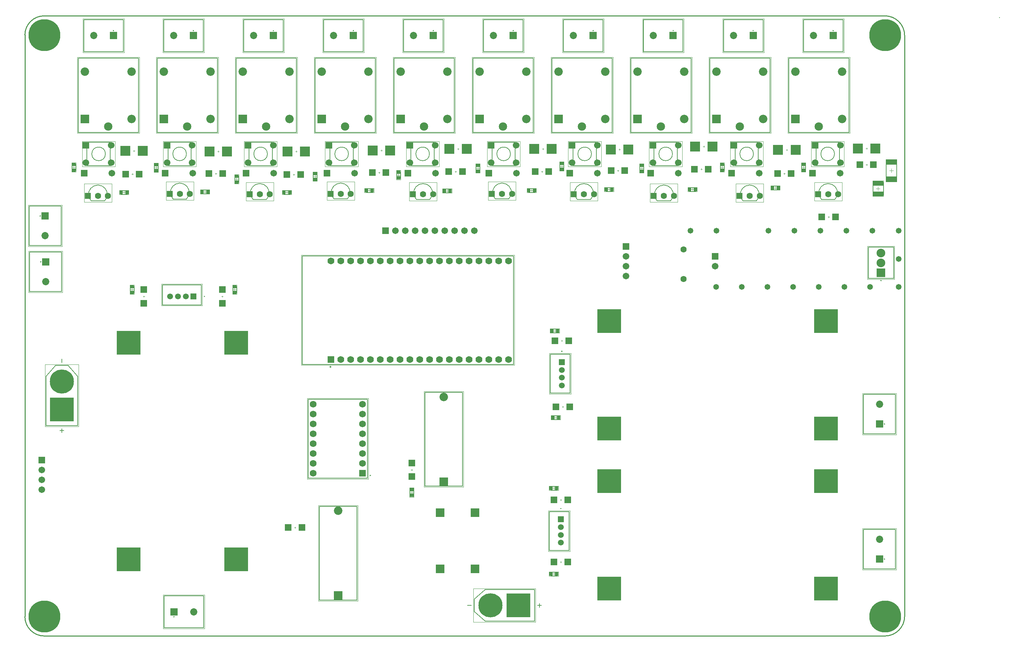
<source format=gts>
G04*
G04 #@! TF.GenerationSoftware,Altium Limited,Altium Designer,22.1.2 (22)*
G04*
G04 Layer_Color=8388736*
%FSLAX44Y44*%
%MOMM*%
G71*
G04*
G04 #@! TF.SameCoordinates,E17F41A4-0C7A-49D5-8B51-7FD3D5A7BB14*
G04*
G04*
G04 #@! TF.FilePolarity,Negative*
G04*
G01*
G75*
%ADD11C,0.2000*%
%ADD12C,0.1270*%
%ADD13C,0.2540*%
%ADD16C,0.1000*%
%ADD17C,0.2800*%
%ADD18C,0.0500*%
%ADD27R,2.2032X2.2032*%
%ADD28R,1.7032X1.7032*%
%ADD29R,2.8032X1.4032*%
%ADD30R,1.1032X0.9032*%
%ADD31R,0.9032X1.1032*%
%ADD32R,1.7032X1.7032*%
%ADD33R,2.5032X2.5032*%
%ADD34R,2.8032X1.3032*%
%ADD35C,2.1832*%
%ADD36C,2.1382*%
%ADD37R,2.1832X2.1832*%
%ADD38C,1.7012*%
%ADD39R,1.7012X1.7012*%
%ADD40C,8.2032*%
%ADD41C,1.6032*%
%ADD42C,1.7032*%
%ADD43R,1.7332X1.7332*%
%ADD44C,1.7332*%
%ADD45R,2.2432X2.2432*%
%ADD46C,2.2432*%
%ADD47R,1.8532X1.8532*%
%ADD48C,1.8532*%
%ADD49C,1.5112*%
%ADD50R,1.5112X1.5112*%
%ADD51R,1.8532X1.8532*%
%ADD52C,6.2032*%
%ADD53R,6.2032X6.2032*%
%ADD54R,1.6032X1.6032*%
%ADD55R,6.2032X6.2032*%
%ADD56R,1.7632X1.7632*%
%ADD57C,1.7632*%
%ADD58R,1.5112X1.5112*%
%ADD59C,1.4732*%
D11*
X890180Y413500D02*
G03*
X890180Y413500I-1000J0D01*
G01*
X2204450Y915670D02*
G03*
X2204450Y915670I-1000J0D01*
G01*
X2081260Y1559560D02*
G03*
X2081260Y1559560I-1000J0D01*
G01*
X1875442D02*
G03*
X1875442Y1559560I-1000J0D01*
G01*
X1669624D02*
G03*
X1669624Y1559560I-1000J0D01*
G01*
X463020Y874691D02*
G03*
X463020Y874691I-1000J0D01*
G01*
X41640Y963930D02*
G03*
X41640Y963930I-1000J0D01*
G01*
X384540Y49530D02*
G03*
X384540Y49530I-1000J0D01*
G01*
X228896Y1559560D02*
G03*
X228896Y1559560I-1000J0D01*
G01*
X434714D02*
G03*
X434714Y1559560I-1000J0D01*
G01*
X640533D02*
G03*
X640533Y1559560I-1000J0D01*
G01*
X846351D02*
G03*
X846351Y1559560I-1000J0D01*
G01*
X1052169D02*
G03*
X1052169Y1559560I-1000J0D01*
G01*
X1257987D02*
G03*
X1257987Y1559560I-1000J0D01*
G01*
X1463805D02*
G03*
X1463805Y1559560I-1000J0D01*
G01*
X2213340Y198120D02*
G03*
X2213340Y198120I-1000J0D01*
G01*
X40370Y1082040D02*
G03*
X40370Y1082040I-1000J0D01*
G01*
X2213340Y546100D02*
G03*
X2213340Y546100I-1000J0D01*
G01*
X1380559Y328350D02*
G03*
X1380559Y328350I-1000J0D01*
G01*
X1383099Y733480D02*
G03*
X1383099Y733480I-1000J0D01*
G01*
D12*
X832813Y1242060D02*
G03*
X832813Y1242060I-17550J0D01*
G01*
X1875336D02*
G03*
X1875336Y1242060I-17550J0D01*
G01*
X1666831D02*
G03*
X1666831Y1242060I-17550J0D01*
G01*
X1458327D02*
G03*
X1458327Y1242060I-17550J0D01*
G01*
X1249822D02*
G03*
X1249822Y1242060I-17550J0D01*
G01*
X1041318D02*
G03*
X1041318Y1242060I-17550J0D01*
G01*
X624309D02*
G03*
X624309Y1242060I-17550J0D01*
G01*
X415805D02*
G03*
X415805Y1242060I-17550J0D01*
G01*
X207300D02*
G03*
X207300Y1242060I-17550J0D01*
G01*
X1203946Y1139253D02*
G03*
X1210827Y1126034I39104J11955D01*
G01*
X1245353D02*
G03*
X1252234Y1139253I-32222J25175D01*
G01*
X1252206Y1139128D02*
G03*
X1203974Y1139128I-24116J3389D01*
G01*
X163816Y1134173D02*
G03*
X170697Y1120954I39104J11955D01*
G01*
X205223D02*
G03*
X212104Y1134173I-32222J25175D01*
G01*
X212076Y1134048D02*
G03*
X163844Y1134048I-24116J3389D01*
G01*
X374636Y1139156D02*
G03*
X381517Y1125936I39104J11955D01*
G01*
X416043D02*
G03*
X422924Y1139156I-32222J25175D01*
G01*
X422896Y1139031D02*
G03*
X374664Y1139031I-24116J3389D01*
G01*
X580376Y1137983D02*
G03*
X587257Y1124764I39104J11955D01*
G01*
X621783D02*
G03*
X628664Y1137983I-32222J25175D01*
G01*
X628636Y1137858D02*
G03*
X580404Y1137858I-24116J3389D01*
G01*
X788656Y1139253D02*
G03*
X795537Y1126034I39104J11955D01*
G01*
X830063D02*
G03*
X836944Y1139253I-32222J25175D01*
G01*
X836916Y1139128D02*
G03*
X788684Y1139128I-24116J3389D01*
G01*
X1414766Y1137983D02*
G03*
X1421647Y1124764I39104J11955D01*
G01*
X1456173D02*
G03*
X1463054Y1137983I-32222J25175D01*
G01*
X1463026Y1137858D02*
G03*
X1414794Y1137858I-24116J3389D01*
G01*
X2043416Y1137983D02*
G03*
X2050297Y1124764I39104J11955D01*
G01*
X2084823D02*
G03*
X2091704Y1137983I-32222J25175D01*
G01*
X2091676Y1137858D02*
G03*
X2043444Y1137858I-24116J3389D01*
G01*
X1000746Y1137983D02*
G03*
X1007627Y1124764I39104J11955D01*
G01*
X1042153D02*
G03*
X1049034Y1137983I-32222J25175D01*
G01*
X1049006Y1137858D02*
G03*
X1000774Y1137858I-24116J3389D01*
G01*
X1620506Y1134173D02*
G03*
X1627387Y1120954I39104J11955D01*
G01*
X1661913D02*
G03*
X1668794Y1134173I-32222J25175D01*
G01*
X1668766Y1134048D02*
G03*
X1620534Y1134048I-24116J3389D01*
G01*
X1841486Y1134173D02*
G03*
X1848367Y1120954I39104J11955D01*
G01*
X1882893D02*
G03*
X1889774Y1134173I-32222J25175D01*
G01*
X1889746Y1134048D02*
G03*
X1841514Y1134048I-24116J3389D01*
G01*
X2083840Y1242060D02*
G03*
X2083840Y1242060I-17550J0D01*
G01*
X2120930Y1297690D02*
Y1488690D01*
X1965930D02*
X2120930D01*
X1965930Y1297690D02*
Y1488690D01*
Y1297690D02*
X2120930D01*
X785313Y1272010D02*
X845213D01*
Y1212110D02*
Y1272010D01*
X785313Y1212110D02*
X845213D01*
X785313D02*
Y1272010D01*
X1308130Y1297690D02*
Y1488690D01*
X1153130D02*
X1308130D01*
X1153130Y1297690D02*
Y1488690D01*
Y1297690D02*
X1308130D01*
X1104930D02*
Y1488690D01*
X949930D02*
X1104930D01*
X949930Y1297690D02*
Y1488690D01*
Y1297690D02*
X1104930D01*
X340330D02*
X495330D01*
X340330D02*
Y1488690D01*
X495330D01*
Y1297690D02*
Y1488690D01*
X728980Y406400D02*
X881380D01*
X728980D02*
Y609600D01*
X881380D01*
Y406400D02*
Y609600D01*
X2170950Y920990D02*
Y1001790D01*
X2235950D01*
Y920990D02*
Y1001790D01*
X2170950Y920990D02*
X2235950D01*
X2004060Y1505860D02*
X2105660D01*
X2004060D02*
Y1587860D01*
X2105660D01*
Y1505860D02*
Y1587860D01*
X1798242Y1505860D02*
X1899842D01*
X1798242D02*
Y1587860D01*
X1899842D01*
Y1505860D02*
Y1587860D01*
X1694023Y1505860D02*
Y1587860D01*
X1592424D02*
X1694023D01*
X1592424Y1505860D02*
Y1587860D01*
Y1505860D02*
X1694023D01*
X454020Y853191D02*
Y904191D01*
X354020D02*
X454020D01*
X354020Y853191D02*
Y904191D01*
Y853191D02*
X454020D01*
X1029730Y385930D02*
X1126730D01*
X1029730D02*
Y627530D01*
X1126730D01*
Y385930D02*
Y627530D01*
X94340Y887730D02*
Y989330D01*
X12340Y887730D02*
X94340D01*
X12340D02*
Y989330D01*
X94340D01*
X358140Y21230D02*
Y103230D01*
Y21230D02*
X459740D01*
Y103230D01*
X358140D02*
X459740D01*
X90060Y529220D02*
X100060D01*
X95060Y524220D02*
Y534220D01*
Y704220D02*
Y714220D01*
X54560Y668720D02*
X79060Y696720D01*
X111060D02*
X135560Y668720D01*
X54560Y541720D02*
X135560D01*
Y668720D01*
X79060Y696720D02*
X111060D01*
X54560Y541720D02*
Y668720D01*
X151696Y1505860D02*
X253296D01*
X151696D02*
Y1587860D01*
X253296D01*
Y1505860D02*
Y1587860D01*
X357514Y1505860D02*
X459114D01*
X357514D02*
Y1587860D01*
X459114D01*
Y1505860D02*
Y1587860D01*
X563332Y1505860D02*
X664932D01*
X563332D02*
Y1587860D01*
X664932D01*
Y1505860D02*
Y1587860D01*
X870751Y1505860D02*
Y1587860D01*
X769151D02*
X870751D01*
X769151Y1505860D02*
Y1587860D01*
Y1505860D02*
X870751D01*
X974969D02*
X1076569D01*
X974969D02*
Y1587860D01*
X1076569D01*
Y1505860D02*
Y1587860D01*
X1180787Y1505860D02*
X1282387D01*
X1180787D02*
Y1587860D01*
X1282387D01*
Y1505860D02*
Y1587860D01*
X1386605Y1505860D02*
X1488205D01*
X1386605D02*
Y1587860D01*
X1488205D01*
Y1505860D02*
Y1587860D01*
X1827836Y1212110D02*
Y1272010D01*
Y1212110D02*
X1887735D01*
Y1272010D01*
X1827836D02*
X1887735D01*
X1762730Y1297690D02*
X1917730D01*
X1762730D02*
Y1488690D01*
X1917730D01*
Y1297690D02*
Y1488690D01*
X1619331Y1212110D02*
Y1272010D01*
Y1212110D02*
X1679231D01*
Y1272010D01*
X1619331D02*
X1679231D01*
X1410827Y1212110D02*
Y1272010D01*
Y1212110D02*
X1470727D01*
Y1272010D01*
X1410827D02*
X1470727D01*
X1202322D02*
X1262222D01*
Y1212110D02*
Y1272010D01*
X1202322Y1212110D02*
X1262222D01*
X1202322D02*
Y1272010D01*
X993818D02*
X1053718D01*
Y1212110D02*
Y1272010D01*
X993818Y1212110D02*
X1053718D01*
X993818D02*
Y1272010D01*
X576809Y1212110D02*
Y1272010D01*
Y1212110D02*
X636709D01*
Y1272010D01*
X576809D02*
X636709D01*
X368305D02*
X428205D01*
Y1212110D02*
Y1272010D01*
X368305Y1212110D02*
X428205D01*
X368305D02*
Y1272010D01*
X159800Y1212110D02*
Y1272010D01*
Y1212110D02*
X219700D01*
Y1272010D01*
X159800D02*
X219700D01*
X1210940Y1125890D02*
X1245240D01*
X170810Y1120810D02*
X205110D01*
X381630Y1125792D02*
X415930D01*
X587370Y1124620D02*
X621670D01*
X795650Y1125890D02*
X829950D01*
X1421760Y1124620D02*
X1456060D01*
X2050410D02*
X2084710D01*
X1007740D02*
X1042040D01*
X1627500Y1120810D02*
X1661800D01*
X1848480D02*
X1882780D01*
X2036340Y1272010D02*
X2096240D01*
Y1212110D02*
Y1272010D01*
X2036340Y1212110D02*
X2096240D01*
X2036340D02*
Y1272010D01*
X1184940Y38440D02*
X1311940D01*
X1156940Y62940D02*
Y94940D01*
X1184940Y119440D02*
X1311940D01*
Y38440D02*
Y119440D01*
X1156940Y94940D02*
X1184940Y119440D01*
X1156940Y62940D02*
X1184940Y38440D01*
X1139440Y78940D02*
X1149440D01*
X1319440D02*
X1329440D01*
X1324440Y73940D02*
Y83940D01*
X1356330Y1297690D02*
X1511330D01*
X1356330D02*
Y1488690D01*
X1511330D01*
Y1297690D02*
Y1488690D01*
X1559530Y1297690D02*
X1714530D01*
X1559530D02*
Y1488690D01*
X1714530D01*
Y1297690D02*
Y1488690D01*
X292130Y1297690D02*
Y1488690D01*
X137130D02*
X292130D01*
X137130Y1297690D02*
Y1488690D01*
Y1297690D02*
X292130D01*
X543530D02*
X698530D01*
X543530D02*
Y1488690D01*
X698530D01*
Y1297690D02*
Y1488690D01*
X746730Y1297690D02*
X901730D01*
X746730D02*
Y1488690D01*
X901730D01*
Y1297690D02*
Y1488690D01*
X854950Y92560D02*
Y334160D01*
X757950D02*
X854950D01*
X757950Y92560D02*
Y334160D01*
Y92560D02*
X854950D01*
X2158640Y172720D02*
Y274320D01*
X2240640D01*
Y172720D02*
Y274320D01*
X2158640Y172720D02*
X2240640D01*
X93070Y1005840D02*
Y1107440D01*
X11070Y1005840D02*
X93070D01*
X11070D02*
Y1107440D01*
X93070D01*
X2158640Y520700D02*
Y622300D01*
X2240640D01*
Y520700D02*
Y622300D01*
X2158640Y520700D02*
X2240640D01*
X714020Y699970D02*
Y978970D01*
X1258020D01*
Y699970D02*
Y978970D01*
X714020Y699970D02*
X1258020D01*
X1401059Y220350D02*
Y320350D01*
X1350059Y220350D02*
X1401059D01*
X1350059D02*
Y320350D01*
X1401059D01*
X1403599Y625480D02*
Y725480D01*
X1352599Y625480D02*
X1403599D01*
X1352599D02*
Y725480D01*
X1403599D01*
D13*
X49530Y1597660D02*
G03*
X0Y1548130I0J-49530D01*
G01*
X2264410Y1546860D02*
G03*
X2213610Y1597660I-50800J0D01*
G01*
X2213610Y0D02*
G03*
X2264410Y50800I0J50800D01*
G01*
X0Y50000D02*
G03*
X50000Y0I50000J0D01*
G01*
X2264410Y1546860D02*
X2264410Y50800D01*
X49530Y1597660D02*
X2213610Y1597660D01*
X50000Y-0D02*
X2213610Y0D01*
X0Y50000D02*
Y1549400D01*
X2508060Y1593660D02*
X2508060D01*
X2508060D02*
Y1593910D01*
D16*
X1379424Y188500D02*
Y192500D01*
X1377424Y190500D02*
X1381424D01*
X1384504Y588550D02*
Y592550D01*
X1382504Y590550D02*
X1386504D01*
X1377424Y350520D02*
X1381424D01*
X1379424Y348520D02*
Y352520D01*
X995680Y425990D02*
Y429990D01*
X993680Y427990D02*
X997680D01*
X1381964Y758730D02*
Y762730D01*
X1379964Y760730D02*
X1383964D01*
X306070Y872826D02*
Y876826D01*
X304070Y874826D02*
X308070D01*
X508000Y872826D02*
Y876826D01*
X506000Y874826D02*
X510000D01*
X1745520Y1261110D02*
X1749520D01*
X1747520Y1259110D02*
Y1263110D01*
X1528350Y1253490D02*
X1532350D01*
X1530350Y1251490D02*
Y1255490D01*
X1952810Y1191260D02*
X1956810D01*
X1954810Y1189260D02*
Y1193260D01*
X693527Y279400D02*
X697527D01*
X695527Y277400D02*
Y281400D01*
X2164620Y1214120D02*
X2168620D01*
X2166620Y1212120D02*
Y1216120D01*
X2164620Y1256030D02*
X2168620D01*
X2166620Y1254030D02*
Y1258030D01*
X276860Y1187990D02*
Y1191990D01*
X274860Y1189990D02*
X278860D01*
X692150Y1186720D02*
Y1190720D01*
X690150Y1188720D02*
X694150D01*
X1526540Y1196880D02*
Y1200880D01*
X1524540Y1198880D02*
X1528540D01*
X491490Y1189260D02*
Y1193260D01*
X489490Y1191260D02*
X493490D01*
X1741170Y1200690D02*
Y1204690D01*
X1739170Y1202690D02*
X1743170D01*
X911860Y1191800D02*
Y1195800D01*
X909860Y1193800D02*
X913860D01*
X1108710Y1194340D02*
Y1198340D01*
X1106710Y1196340D02*
X1110710D01*
X1330960Y1194340D02*
Y1198340D01*
X1328960Y1196340D02*
X1332960D01*
X280670Y1247680D02*
Y1251680D01*
X278670Y1249680D02*
X282670D01*
X2068830Y1077500D02*
Y1081500D01*
X2066830Y1079500D02*
X2070830D01*
X497840Y1246410D02*
Y1250410D01*
X495840Y1248410D02*
X499840D01*
X698500Y1246410D02*
Y1250410D01*
X696500Y1248410D02*
X700500D01*
X917850Y1248950D02*
Y1252950D01*
X915850Y1250950D02*
X919850D01*
X1115060Y1252760D02*
Y1256760D01*
X1113060Y1254760D02*
X1117060D01*
X1333500Y1252760D02*
Y1256760D01*
X1331500Y1254760D02*
X1335500D01*
X1961240Y1250220D02*
Y1254220D01*
X1959240Y1252220D02*
X1963240D01*
X2216870Y1224630D02*
X2243370D01*
X2216870Y1173130D02*
X2243370D01*
Y1224630D01*
X2216870Y1173130D02*
Y1224630D01*
X535000Y884310D02*
Y901310D01*
X544500Y884310D02*
Y901310D01*
X535000Y884310D02*
X544500D01*
X535000Y901310D02*
X544500D01*
X1000430Y361190D02*
Y378190D01*
X990930Y361190D02*
Y378190D01*
X1000430D01*
X990930Y361190D02*
X1000430D01*
X1352940Y376250D02*
X1369940D01*
X1352940Y385750D02*
X1369940D01*
Y376250D02*
Y385750D01*
X1352940Y376250D02*
Y385750D01*
Y155270D02*
X1369940D01*
X1352940Y164770D02*
X1369940D01*
Y155270D02*
Y164770D01*
X1352940Y155270D02*
Y164770D01*
X1358020Y557860D02*
X1375020D01*
X1358020Y567360D02*
X1375020D01*
Y557860D02*
Y567360D01*
X1358020Y557860D02*
Y567360D01*
X1355480Y781380D02*
X1372480D01*
X1355480Y790880D02*
X1372480D01*
Y781380D02*
Y790880D01*
X1355480Y781380D02*
Y790880D01*
X742010Y1175140D02*
Y1192140D01*
X751510Y1175140D02*
Y1192140D01*
X742010Y1175140D02*
X751510D01*
X742010Y1192140D02*
X751510D01*
X120980Y1199270D02*
Y1216270D01*
X130480Y1199270D02*
Y1216270D01*
X120980Y1199270D02*
X130480D01*
X120980Y1216270D02*
X130480D01*
X540080Y1168790D02*
Y1185790D01*
X549580Y1168790D02*
Y1185790D01*
X540080Y1168790D02*
X549580D01*
X540080Y1185790D02*
X549580D01*
X333070Y1198000D02*
Y1215000D01*
X342570Y1198000D02*
Y1215000D01*
X333070Y1198000D02*
X342570D01*
X333070Y1215000D02*
X342570D01*
X246650Y1147750D02*
X263650D01*
X246650Y1138250D02*
X263650D01*
X246650D02*
Y1147750D01*
X263650Y1138250D02*
Y1147750D01*
X665870Y1147750D02*
X682870D01*
X665870Y1138250D02*
X682870D01*
X665870D02*
Y1147750D01*
X682870Y1138250D02*
Y1147750D01*
X2209030Y1135940D02*
Y1169440D01*
X2182630Y1135940D02*
Y1169440D01*
X2209030D01*
X2182630Y1135940D02*
X2209030D01*
X1295790Y1152830D02*
X1312790D01*
X1295790Y1143330D02*
X1312790D01*
X1295790D02*
Y1152830D01*
X1312790Y1143330D02*
Y1152830D01*
X454930Y1149020D02*
X471930D01*
X454930Y1139520D02*
X471930D01*
X454930D02*
Y1149020D01*
X471930Y1139520D02*
Y1149020D01*
X1495180Y1155370D02*
X1512180D01*
X1495180Y1145870D02*
X1512180D01*
X1495180D02*
Y1155370D01*
X1512180Y1145870D02*
Y1155370D01*
X1078620Y1151560D02*
X1095620D01*
X1078620Y1142060D02*
X1095620D01*
X1078620D02*
Y1151560D01*
X1095620Y1142060D02*
Y1151560D01*
X877960Y1152830D02*
X894960D01*
X877960Y1143330D02*
X894960D01*
X877960D02*
Y1152830D01*
X894960Y1143330D02*
Y1152830D01*
X1923170Y1159180D02*
X1940170D01*
X1923170Y1149680D02*
X1940170D01*
X1923170D02*
Y1159180D01*
X1940170Y1149680D02*
Y1159180D01*
X1377010Y1201810D02*
Y1218810D01*
X1386510Y1201810D02*
Y1218810D01*
X1377010Y1201810D02*
X1386510D01*
X1377010Y1218810D02*
X1386510D01*
X1161110Y1196730D02*
Y1213730D01*
X1170610Y1196730D02*
Y1213730D01*
X1161110Y1196730D02*
X1170610D01*
X1161110Y1213730D02*
X1170610D01*
X956640Y1179070D02*
Y1196070D01*
X966140Y1179070D02*
Y1196070D01*
X956640Y1179070D02*
X966140D01*
X956640Y1196070D02*
X966140D01*
X270840Y884310D02*
Y901310D01*
X280340Y884310D02*
Y901310D01*
X270840Y884310D02*
X280340D01*
X270840Y901310D02*
X280340D01*
X1582750Y1196730D02*
Y1213730D01*
X1592250Y1196730D02*
Y1213730D01*
X1582750Y1196730D02*
X1592250D01*
X1582750Y1213730D02*
X1592250D01*
X1999310Y1199270D02*
Y1216270D01*
X2008810Y1199270D02*
Y1216270D01*
X1999310Y1199270D02*
X2008810D01*
X1999310Y1216270D02*
X2008810D01*
X1726810Y1145870D02*
Y1155370D01*
X1709810Y1145870D02*
Y1155370D01*
Y1145870D02*
X1726810D01*
X1709810Y1155370D02*
X1726810D01*
X1789760Y1216270D02*
X1799260D01*
X1789760Y1199270D02*
X1799260D01*
Y1216270D01*
X1789760Y1199270D02*
Y1216270D01*
X2216120Y1227880D02*
X2244120D01*
X2216120Y1169880D02*
X2244120D01*
Y1227880D01*
X2216120Y1169880D02*
Y1227880D01*
X2230120Y1193880D02*
Y1203880D01*
X2225120Y1198880D02*
X2235120D01*
X535000Y892810D02*
X544500D01*
X539750Y888060D02*
Y897560D01*
X534250Y880810D02*
Y904810D01*
X545250Y880810D02*
Y904810D01*
X534250Y880810D02*
X545250D01*
X534250Y904810D02*
X545250D01*
X990930Y369690D02*
X1000430D01*
X995680Y364940D02*
Y374440D01*
X1001180Y357690D02*
Y381690D01*
X990180Y357690D02*
Y381690D01*
X1001180D01*
X990180Y357690D02*
X1001180D01*
X1361440Y376250D02*
Y385750D01*
X1356690Y381000D02*
X1366190D01*
X1349440Y375500D02*
X1373440D01*
X1349440Y386500D02*
X1373440D01*
Y375500D02*
Y386500D01*
X1349440Y375500D02*
Y386500D01*
X1361440Y155270D02*
Y164770D01*
X1356690Y160020D02*
X1366190D01*
X1349440Y154520D02*
X1373440D01*
X1349440Y165520D02*
X1373440D01*
Y154520D02*
Y165520D01*
X1349440Y154520D02*
Y165520D01*
X1366520Y557860D02*
Y567360D01*
X1361770Y562610D02*
X1371270D01*
X1354520Y557110D02*
X1378520D01*
X1354520Y568110D02*
X1378520D01*
Y557110D02*
Y568110D01*
X1354520Y557110D02*
Y568110D01*
X1363980Y781380D02*
Y790880D01*
X1359230Y786130D02*
X1368730D01*
X1351980Y780630D02*
X1375980D01*
X1351980Y791630D02*
X1375980D01*
Y780630D02*
Y791630D01*
X1351980Y780630D02*
Y791630D01*
X742010Y1183640D02*
X751510D01*
X746760Y1178890D02*
Y1188390D01*
X741260Y1171640D02*
Y1195640D01*
X752260Y1171640D02*
Y1195640D01*
X741260Y1171640D02*
X752260D01*
X741260Y1195640D02*
X752260D01*
X120980Y1207770D02*
X130480D01*
X125730Y1203020D02*
Y1212520D01*
X120230Y1195770D02*
Y1219770D01*
X131230Y1195770D02*
Y1219770D01*
X120230Y1195770D02*
X131230D01*
X120230Y1219770D02*
X131230D01*
X540080Y1177290D02*
X549580D01*
X544830Y1172540D02*
Y1182040D01*
X539330Y1165290D02*
Y1189290D01*
X550330Y1165290D02*
Y1189290D01*
X539330Y1165290D02*
X550330D01*
X539330Y1189290D02*
X550330D01*
X333070Y1206500D02*
X342570D01*
X337820Y1201750D02*
Y1211250D01*
X332320Y1194500D02*
Y1218500D01*
X343320Y1194500D02*
Y1218500D01*
X332320Y1194500D02*
X343320D01*
X332320Y1218500D02*
X343320D01*
X255150Y1138250D02*
Y1147750D01*
X250400Y1143000D02*
X259900D01*
X243150Y1148500D02*
X267150D01*
X243150Y1137500D02*
X267150D01*
X243150D02*
Y1148500D01*
X267150Y1137500D02*
Y1148500D01*
X674370Y1138250D02*
Y1147750D01*
X669620Y1143000D02*
X679120D01*
X662370Y1148500D02*
X686370D01*
X662370Y1137500D02*
X686370D01*
X662370D02*
Y1148500D01*
X686370Y1137500D02*
Y1148500D01*
X2190830Y1152690D02*
X2200830D01*
X2195830Y1147690D02*
Y1157690D01*
X2209830Y1132690D02*
Y1172690D01*
X2181830Y1132690D02*
Y1172690D01*
X2209830D01*
X2181830Y1132690D02*
X2209830D01*
X1304290Y1143330D02*
Y1152830D01*
X1299540Y1148080D02*
X1309040D01*
X1292290Y1153580D02*
X1316290D01*
X1292290Y1142580D02*
X1316290D01*
X1292290D02*
Y1153580D01*
X1316290Y1142580D02*
Y1153580D01*
X463430Y1139520D02*
Y1149020D01*
X458680Y1144270D02*
X468180D01*
X451430Y1149770D02*
X475430D01*
X451430Y1138770D02*
X475430D01*
X451430D02*
Y1149770D01*
X475430Y1138770D02*
Y1149770D01*
X1503680Y1145870D02*
Y1155370D01*
X1498930Y1150620D02*
X1508430D01*
X1491680Y1156120D02*
X1515680D01*
X1491680Y1145120D02*
X1515680D01*
X1491680D02*
Y1156120D01*
X1515680Y1145120D02*
Y1156120D01*
X1087120Y1142060D02*
Y1151560D01*
X1082370Y1146810D02*
X1091870D01*
X1075120Y1152310D02*
X1099120D01*
X1075120Y1141310D02*
X1099120D01*
X1075120D02*
Y1152310D01*
X1099120Y1141310D02*
Y1152310D01*
X886460Y1143330D02*
Y1152830D01*
X881710Y1148080D02*
X891210D01*
X874460Y1153580D02*
X898460D01*
X874460Y1142580D02*
X898460D01*
X874460D02*
Y1153580D01*
X898460Y1142580D02*
Y1153580D01*
X1931670Y1149680D02*
Y1159180D01*
X1926920Y1154430D02*
X1936420D01*
X1919670Y1159930D02*
X1943670D01*
X1919670Y1148930D02*
X1943670D01*
X1919670D02*
Y1159930D01*
X1943670Y1148930D02*
Y1159930D01*
X1377010Y1210310D02*
X1386510D01*
X1381760Y1205560D02*
Y1215060D01*
X1376260Y1198310D02*
Y1222310D01*
X1387260Y1198310D02*
Y1222310D01*
X1376260Y1198310D02*
X1387260D01*
X1376260Y1222310D02*
X1387260D01*
X1161110Y1205230D02*
X1170610D01*
X1165860Y1200480D02*
Y1209980D01*
X1160360Y1193230D02*
Y1217230D01*
X1171360Y1193230D02*
Y1217230D01*
X1160360Y1193230D02*
X1171360D01*
X1160360Y1217230D02*
X1171360D01*
X956640Y1187570D02*
X966140D01*
X961390Y1182820D02*
Y1192320D01*
X955890Y1175570D02*
Y1199570D01*
X966890Y1175570D02*
Y1199570D01*
X955890Y1175570D02*
X966890D01*
X955890Y1199570D02*
X966890D01*
X270840Y892810D02*
X280340D01*
X275590Y888060D02*
Y897560D01*
X270090Y880810D02*
Y904810D01*
X281090Y880810D02*
Y904810D01*
X270090Y880810D02*
X281090D01*
X270090Y904810D02*
X281090D01*
X1582750Y1205230D02*
X1592250D01*
X1587500Y1200480D02*
Y1209980D01*
X1582000Y1193230D02*
Y1217230D01*
X1593000Y1193230D02*
Y1217230D01*
X1582000Y1193230D02*
X1593000D01*
X1582000Y1217230D02*
X1593000D01*
X1999310Y1207770D02*
X2008810D01*
X2004060Y1203020D02*
Y1212520D01*
X1998560Y1195770D02*
Y1219770D01*
X2009560Y1195770D02*
Y1219770D01*
X1998560Y1195770D02*
X2009560D01*
X1998560Y1219770D02*
X2009560D01*
X1730310Y1145120D02*
Y1156120D01*
X1706310Y1145120D02*
Y1156120D01*
Y1145120D02*
X1730310D01*
X1706310Y1156120D02*
X1730310D01*
X1713560Y1150620D02*
X1723060D01*
X1718310Y1145870D02*
Y1155370D01*
X1789010Y1219770D02*
X1800010D01*
X1789010Y1195770D02*
X1800010D01*
Y1219770D01*
X1789010Y1195770D02*
Y1219770D01*
X1794510Y1203020D02*
Y1212520D01*
X1789760Y1207770D02*
X1799260D01*
D17*
X787920Y693470D02*
G03*
X787920Y693470I-1400J0D01*
G01*
D18*
X2123430Y1295190D02*
Y1491190D01*
X1963430D02*
X2123430D01*
X1963430Y1295190D02*
Y1491190D01*
Y1295190D02*
X2123430D01*
X772763Y1274560D02*
X857763D01*
Y1209560D02*
Y1274560D01*
X772763Y1209560D02*
X857763D01*
X772763D02*
Y1274560D01*
X1310630Y1295190D02*
Y1491190D01*
X1150630D02*
X1310630D01*
X1150630Y1295190D02*
Y1491190D01*
Y1295190D02*
X1310630D01*
X1107430D02*
Y1491190D01*
X947430D02*
X1107430D01*
X947430Y1295190D02*
Y1491190D01*
Y1295190D02*
X1107430D01*
X337830D02*
X497830D01*
X337830D02*
Y1491190D01*
X497830D01*
Y1295190D02*
Y1491190D01*
X883880Y403900D02*
Y612100D01*
X726480D02*
X883880D01*
X726480Y403900D02*
Y612100D01*
Y403900D02*
X883880D01*
X2168450Y918490D02*
Y1004290D01*
X2238450D01*
Y918490D02*
Y1004290D01*
X2168450Y918490D02*
X2238450D01*
X2001560Y1503360D02*
X2108160D01*
X2001560D02*
Y1590360D01*
X2108160D01*
Y1503360D02*
Y1590360D01*
X1795742Y1503360D02*
X1902342D01*
X1795742D02*
Y1590360D01*
X1902342D01*
Y1503360D02*
Y1590360D01*
X1696523Y1503360D02*
Y1590360D01*
X1589924D02*
X1696523D01*
X1589924Y1503360D02*
Y1590360D01*
Y1503360D02*
X1696523D01*
X456520Y850691D02*
Y906691D01*
X351520D02*
X456520D01*
X351520Y850691D02*
Y906691D01*
Y850691D02*
X456520D01*
X1027230Y383430D02*
X1129230D01*
X1027230D02*
Y630030D01*
X1129230D01*
Y383430D02*
Y630030D01*
X96840Y885230D02*
Y991830D01*
X9840Y885230D02*
X96840D01*
X9840D02*
Y991830D01*
X96840D01*
X355640Y18730D02*
Y105730D01*
Y18730D02*
X462240D01*
Y105730D01*
X355640D02*
X462240D01*
X52060Y539220D02*
Y699220D01*
X138060D01*
Y539220D02*
Y699220D01*
X52060Y539220D02*
X138060D01*
X149196Y1503360D02*
X255796D01*
X149196D02*
Y1590360D01*
X255796D01*
Y1503360D02*
Y1590360D01*
X355014Y1503360D02*
X461614D01*
X355014D02*
Y1590360D01*
X461614D01*
Y1503360D02*
Y1590360D01*
X560832Y1503360D02*
X667432D01*
X560832D02*
Y1590360D01*
X667432D01*
Y1503360D02*
Y1590360D01*
X873251Y1503360D02*
Y1590360D01*
X766651D02*
X873251D01*
X766651Y1503360D02*
Y1590360D01*
Y1503360D02*
X873251D01*
X972469D02*
X1079069D01*
X972469D02*
Y1590360D01*
X1079069D01*
Y1503360D02*
Y1590360D01*
X1178287Y1503360D02*
X1284887D01*
X1178287D02*
Y1590360D01*
X1284887D01*
Y1503360D02*
Y1590360D01*
X1384105Y1503360D02*
X1490705D01*
X1384105D02*
Y1590360D01*
X1490705D01*
Y1503360D02*
Y1590360D01*
X1815285Y1209560D02*
Y1274560D01*
Y1209560D02*
X1900285D01*
Y1274560D01*
X1815285D02*
X1900285D01*
X1760230Y1295190D02*
X1920230D01*
X1760230D02*
Y1491190D01*
X1920230D01*
Y1295190D02*
Y1491190D01*
X1606781Y1209560D02*
Y1274560D01*
Y1209560D02*
X1691781D01*
Y1274560D01*
X1606781D02*
X1691781D01*
X1398277Y1209560D02*
Y1274560D01*
Y1209560D02*
X1483277D01*
Y1274560D01*
X1398277D02*
X1483277D01*
X1189772D02*
X1274772D01*
Y1209560D02*
Y1274560D01*
X1189772Y1209560D02*
X1274772D01*
X1189772D02*
Y1274560D01*
X981268D02*
X1066268D01*
Y1209560D02*
Y1274560D01*
X981268Y1209560D02*
X1066268D01*
X981268D02*
Y1274560D01*
X564259Y1209560D02*
Y1274560D01*
Y1209560D02*
X649259D01*
Y1274560D01*
X564259D02*
X649259D01*
X355755D02*
X440755D01*
Y1209560D02*
Y1274560D01*
X355755Y1209560D02*
X440755D01*
X355755D02*
Y1274560D01*
X147250Y1209560D02*
Y1274560D01*
Y1209560D02*
X232250D01*
Y1274560D01*
X147250D02*
X232250D01*
X1192590Y1122690D02*
Y1169990D01*
Y1122690D02*
X1263590D01*
Y1169990D01*
X1192590D02*
X1263590D01*
X152460Y1117610D02*
Y1164910D01*
Y1117610D02*
X223460D01*
Y1164910D01*
X152460D02*
X223460D01*
X363280Y1122592D02*
Y1169893D01*
Y1122592D02*
X434280D01*
Y1169893D01*
X363280D02*
X434280D01*
X569020Y1121420D02*
Y1168720D01*
Y1121420D02*
X640020D01*
Y1168720D01*
X569020D02*
X640020D01*
X777300Y1122690D02*
Y1169990D01*
Y1122690D02*
X848300D01*
Y1169990D01*
X777300D02*
X848300D01*
X1403410Y1121420D02*
Y1168720D01*
Y1121420D02*
X1474410D01*
Y1168720D01*
X1403410D02*
X1474410D01*
X2032060Y1121420D02*
Y1168720D01*
Y1121420D02*
X2103060D01*
Y1168720D01*
X2032060D02*
X2103060D01*
X989390Y1121420D02*
Y1168720D01*
Y1121420D02*
X1060390D01*
Y1168720D01*
X989390D02*
X1060390D01*
X1609150Y1117610D02*
Y1164910D01*
Y1117610D02*
X1680150D01*
Y1164910D01*
X1609150D02*
X1680150D01*
X1830130Y1117610D02*
Y1164910D01*
Y1117610D02*
X1901130D01*
Y1164910D01*
X1830130D02*
X1901130D01*
X2023790Y1274560D02*
X2108790D01*
Y1209560D02*
Y1274560D01*
X2023790Y1209560D02*
X2108790D01*
X2023790D02*
Y1274560D01*
X1314440Y35940D02*
Y121940D01*
X1154440D02*
X1314440D01*
X1154440Y35940D02*
Y121940D01*
Y35940D02*
X1314440D01*
X1353830Y1295190D02*
X1513830D01*
X1353830D02*
Y1491190D01*
X1513830D01*
Y1295190D02*
Y1491190D01*
X1557030Y1295190D02*
X1717030D01*
X1557030D02*
Y1491190D01*
X1717030D01*
Y1295190D02*
Y1491190D01*
X294630Y1295190D02*
Y1491190D01*
X134630D02*
X294630D01*
X134630Y1295190D02*
Y1491190D01*
Y1295190D02*
X294630D01*
X541030D02*
X701030D01*
X541030D02*
Y1491190D01*
X701030D01*
Y1295190D02*
Y1491190D01*
X744230Y1295190D02*
X904230D01*
X744230D02*
Y1491190D01*
X904230D01*
Y1295190D02*
Y1491190D01*
X857450Y90060D02*
Y336660D01*
X755450D02*
X857450D01*
X755450Y90060D02*
Y336660D01*
Y90060D02*
X857450D01*
X2156140Y170220D02*
Y276820D01*
X2243140D01*
Y170220D02*
Y276820D01*
X2156140Y170220D02*
X2243140D01*
X95570Y1003340D02*
Y1109940D01*
X8570Y1003340D02*
X95570D01*
X8570D02*
Y1109940D01*
X95570D01*
X2156140Y518200D02*
Y624800D01*
X2243140D01*
Y518200D02*
Y624800D01*
X2156140Y518200D02*
X2243140D01*
X711520Y697470D02*
Y981470D01*
X1260520D01*
Y697470D02*
Y981470D01*
X711520Y697470D02*
X1260520D01*
X1403559Y217850D02*
Y322850D01*
X1347559Y217850D02*
X1403559D01*
X1347559D02*
Y322850D01*
X1403559D01*
X1406099Y622980D02*
Y727980D01*
X1350099Y622980D02*
X1406099D01*
X1350099D02*
Y727980D01*
X1406099D01*
D27*
X1158790Y317610D02*
D03*
Y172610D02*
D03*
X1068790D02*
D03*
Y317610D02*
D03*
D28*
X1361924Y190500D02*
D03*
X1396924D02*
D03*
X1367004Y590550D02*
D03*
X1402004D02*
D03*
X1396924Y350520D02*
D03*
X1361924D02*
D03*
X1364464Y760730D02*
D03*
X1399464D02*
D03*
X1937310Y1191260D02*
D03*
X1972310D02*
D03*
X713027Y279400D02*
D03*
X678027D02*
D03*
X2149120Y1214120D02*
D03*
X2184120D02*
D03*
X294360Y1189990D02*
D03*
X259360D02*
D03*
X709650Y1188720D02*
D03*
X674650D02*
D03*
X1544040Y1198880D02*
D03*
X1509040D02*
D03*
X508990Y1191260D02*
D03*
X473990D02*
D03*
X1758670Y1202690D02*
D03*
X1723670D02*
D03*
X929360Y1193800D02*
D03*
X894360D02*
D03*
X1126210Y1196340D02*
D03*
X1091210D02*
D03*
X1348460D02*
D03*
X1313460D02*
D03*
X2086330Y1079500D02*
D03*
X2051330D02*
D03*
X928370Y1043940D02*
D03*
X1818700Y1192530D02*
D03*
X1610420D02*
D03*
X152460D02*
D03*
X360740D02*
D03*
X1402140D02*
D03*
X1193860D02*
D03*
X985580D02*
D03*
X777300D02*
D03*
X569020D02*
D03*
X2026980D02*
D03*
D29*
X2230120Y1220880D02*
D03*
Y1176880D02*
D03*
D30*
X539750Y885310D02*
D03*
Y900310D02*
D03*
X995680Y377190D02*
D03*
Y362190D02*
D03*
X746760Y1176140D02*
D03*
Y1191140D02*
D03*
X125730Y1200270D02*
D03*
Y1215270D02*
D03*
X544830Y1169790D02*
D03*
Y1184790D02*
D03*
X337820Y1199000D02*
D03*
Y1214000D02*
D03*
X1381760Y1202810D02*
D03*
Y1217810D02*
D03*
X1165860Y1197730D02*
D03*
Y1212730D02*
D03*
X961390Y1180070D02*
D03*
Y1195070D02*
D03*
X275590Y885310D02*
D03*
Y900310D02*
D03*
X1587500Y1197730D02*
D03*
Y1212730D02*
D03*
X2004060Y1200270D02*
D03*
Y1215270D02*
D03*
X1794510D02*
D03*
Y1200270D02*
D03*
D31*
X1368940Y381000D02*
D03*
X1353940D02*
D03*
X1368940Y160020D02*
D03*
X1353940D02*
D03*
X1374020Y562610D02*
D03*
X1359020D02*
D03*
X1371480Y786130D02*
D03*
X1356480D02*
D03*
X247650Y1143000D02*
D03*
X262650D02*
D03*
X666870Y1143000D02*
D03*
X681870D02*
D03*
X1296790Y1148080D02*
D03*
X1311790D02*
D03*
X455930Y1144270D02*
D03*
X470930D02*
D03*
X1496180Y1150620D02*
D03*
X1511180D02*
D03*
X1079620Y1146810D02*
D03*
X1094620D02*
D03*
X878960Y1148080D02*
D03*
X893960D02*
D03*
X1924170Y1154430D02*
D03*
X1939170D02*
D03*
X1725810Y1150620D02*
D03*
X1710810D02*
D03*
D32*
X995680Y445490D02*
D03*
Y410490D02*
D03*
X306070Y857326D02*
D03*
Y892326D02*
D03*
X508000Y857326D02*
D03*
Y892326D02*
D03*
X1776860Y977900D02*
D03*
X1546860Y1003300D02*
D03*
X43180Y453390D02*
D03*
D33*
X1725020Y1261110D02*
D03*
X1770020D02*
D03*
X1507850Y1253490D02*
D03*
X1552850D02*
D03*
X2144120Y1256030D02*
D03*
X2189120D02*
D03*
X303170Y1249680D02*
D03*
X258170D02*
D03*
X520340Y1248410D02*
D03*
X475340D02*
D03*
X721000D02*
D03*
X676000D02*
D03*
X940350Y1250950D02*
D03*
X895350D02*
D03*
X1137560Y1254760D02*
D03*
X1092560D02*
D03*
X1356000D02*
D03*
X1311000D02*
D03*
X1983740Y1252220D02*
D03*
X1938740D02*
D03*
D34*
X2195830Y1166190D02*
D03*
Y1139190D02*
D03*
D35*
X1983430Y1454190D02*
D03*
X2103430D02*
D03*
Y1332190D02*
D03*
X1170630Y1454190D02*
D03*
X1290630D02*
D03*
Y1332190D02*
D03*
X967430Y1454190D02*
D03*
X1087430D02*
D03*
Y1332190D02*
D03*
X477830D02*
D03*
Y1454190D02*
D03*
X357830D02*
D03*
X1078230Y615930D02*
D03*
X1900230Y1332190D02*
D03*
Y1454190D02*
D03*
X1780230D02*
D03*
X1493830Y1332190D02*
D03*
Y1454190D02*
D03*
X1373830D02*
D03*
X1697030Y1332190D02*
D03*
Y1454190D02*
D03*
X1577030D02*
D03*
X154630D02*
D03*
X274630D02*
D03*
Y1332190D02*
D03*
X681030D02*
D03*
Y1454190D02*
D03*
X561030D02*
D03*
X884230Y1332190D02*
D03*
Y1454190D02*
D03*
X764230D02*
D03*
X806450Y322560D02*
D03*
D36*
X2043430Y1312190D02*
D03*
X1230630D02*
D03*
X1027430D02*
D03*
X417830D02*
D03*
X1840230D02*
D03*
X1433830D02*
D03*
X1637030D02*
D03*
X214630D02*
D03*
X621030D02*
D03*
X824230D02*
D03*
D37*
X1983430Y1332190D02*
D03*
X1170630D02*
D03*
X967430D02*
D03*
X357830D02*
D03*
X1078230Y397530D02*
D03*
X1780230Y1332190D02*
D03*
X1373830D02*
D03*
X1577030D02*
D03*
X154630D02*
D03*
X561030D02*
D03*
X764230D02*
D03*
X806450Y104160D02*
D03*
D38*
X847763Y1264560D02*
D03*
Y1219560D02*
D03*
X782763D02*
D03*
X1825285D02*
D03*
X1890285D02*
D03*
Y1264560D02*
D03*
X1616781Y1219560D02*
D03*
X1681781D02*
D03*
Y1264560D02*
D03*
X1408277Y1219560D02*
D03*
X1473277D02*
D03*
Y1264560D02*
D03*
X1264772D02*
D03*
Y1219560D02*
D03*
X1199772D02*
D03*
X1056268Y1264560D02*
D03*
Y1219560D02*
D03*
X991268D02*
D03*
X574259D02*
D03*
X639259D02*
D03*
Y1264560D02*
D03*
X430755D02*
D03*
Y1219560D02*
D03*
X365755D02*
D03*
X157250D02*
D03*
X222250D02*
D03*
Y1264560D02*
D03*
X2098790D02*
D03*
Y1219560D02*
D03*
X2033790D02*
D03*
D39*
X782763Y1264560D02*
D03*
X1825285D02*
D03*
X1616781D02*
D03*
X1408277D02*
D03*
X1199772D02*
D03*
X991268D02*
D03*
X574259D02*
D03*
X365755D02*
D03*
X157250D02*
D03*
X2033790D02*
D03*
D40*
X50000Y50000D02*
D03*
Y1547660D02*
D03*
X2214410Y50000D02*
D03*
Y1547660D02*
D03*
D41*
X1695450Y919480D02*
D03*
Y995680D02*
D03*
X1228090Y1139190D02*
D03*
X1254090D02*
D03*
X187960Y1134110D02*
D03*
X213960D02*
D03*
X398780Y1139092D02*
D03*
X424780D02*
D03*
X604520Y1137920D02*
D03*
X630520D02*
D03*
X812800Y1139190D02*
D03*
X838800D02*
D03*
X1438910Y1137920D02*
D03*
X1464910D02*
D03*
X2067560D02*
D03*
X2093560D02*
D03*
X1024890D02*
D03*
X1050890D02*
D03*
X1644650Y1134110D02*
D03*
X1670650D02*
D03*
X1865630D02*
D03*
X1891630D02*
D03*
D42*
X953770Y1043940D02*
D03*
X979170D02*
D03*
X1004570D02*
D03*
X1029970D02*
D03*
X1055370D02*
D03*
X1080770D02*
D03*
X1106170D02*
D03*
X1131570D02*
D03*
X1156970D02*
D03*
X1776860Y952500D02*
D03*
X1889700Y1192530D02*
D03*
X1681420D02*
D03*
X223460D02*
D03*
X431740D02*
D03*
X1473140D02*
D03*
X1264860D02*
D03*
X1056580D02*
D03*
X848300D02*
D03*
X640020D02*
D03*
X2097980D02*
D03*
X1546860Y927100D02*
D03*
Y952500D02*
D03*
Y977900D02*
D03*
X43180Y377190D02*
D03*
Y402590D02*
D03*
Y427990D02*
D03*
D43*
X868680Y419100D02*
D03*
D44*
Y444500D02*
D03*
Y469900D02*
D03*
Y495300D02*
D03*
Y520700D02*
D03*
Y546100D02*
D03*
Y571500D02*
D03*
Y596900D02*
D03*
X741680D02*
D03*
Y571500D02*
D03*
Y546100D02*
D03*
Y520700D02*
D03*
Y495300D02*
D03*
Y469900D02*
D03*
Y444500D02*
D03*
Y419100D02*
D03*
D45*
X2203450Y935990D02*
D03*
D46*
Y961390D02*
D03*
Y986790D02*
D03*
D47*
X2080260Y1546860D02*
D03*
X1874442D02*
D03*
X1668624D02*
D03*
X383540Y62230D02*
D03*
X227896Y1546860D02*
D03*
X433714D02*
D03*
X639533D02*
D03*
X845351D02*
D03*
X1051169D02*
D03*
X1256987D02*
D03*
X1462805D02*
D03*
D48*
X2029460D02*
D03*
X1823642D02*
D03*
X1617823D02*
D03*
X53340Y913130D02*
D03*
X434340Y62230D02*
D03*
X177096Y1546860D02*
D03*
X382914D02*
D03*
X588732D02*
D03*
X794551D02*
D03*
X1000369D02*
D03*
X1206187D02*
D03*
X1412005D02*
D03*
X2199640Y248920D02*
D03*
X52070Y1031240D02*
D03*
X2199640Y596900D02*
D03*
D49*
X374020Y874691D02*
D03*
X394020D02*
D03*
X414020D02*
D03*
X1379559Y280350D02*
D03*
Y260350D02*
D03*
Y240350D02*
D03*
X1382099Y685480D02*
D03*
Y665480D02*
D03*
Y645480D02*
D03*
D50*
X434020Y874691D02*
D03*
D51*
X53340Y963930D02*
D03*
X2199640Y198120D02*
D03*
X52070Y1082040D02*
D03*
X2199640Y546100D02*
D03*
D52*
X95060Y655220D02*
D03*
X1198440Y78940D02*
D03*
D53*
X95060Y583220D02*
D03*
X1504080Y121850D02*
D03*
Y398850D02*
D03*
X2062080Y121850D02*
D03*
Y398850D02*
D03*
X1504080Y534600D02*
D03*
Y811600D02*
D03*
X2062080Y534600D02*
D03*
Y811600D02*
D03*
D54*
X1202090Y1139190D02*
D03*
X161960Y1134110D02*
D03*
X372780Y1139092D02*
D03*
X578520Y1137920D02*
D03*
X786800Y1139190D02*
D03*
X1412910Y1137920D02*
D03*
X2041560D02*
D03*
X998890D02*
D03*
X1618650Y1134110D02*
D03*
X1839630D02*
D03*
D55*
X1270440Y78940D02*
D03*
X266630Y755250D02*
D03*
X543630D02*
D03*
X266630Y197250D02*
D03*
X543630D02*
D03*
D56*
X787920Y712470D02*
D03*
D57*
X813320D02*
D03*
X1245120D02*
D03*
X838720D02*
D03*
X864120D02*
D03*
X889520D02*
D03*
X914920D02*
D03*
X940320D02*
D03*
X965720D02*
D03*
X991120D02*
D03*
X1016520D02*
D03*
X1041920D02*
D03*
X1067320D02*
D03*
X1092720D02*
D03*
X1118120D02*
D03*
X1143520D02*
D03*
X1168920D02*
D03*
X1194320D02*
D03*
X1219720D02*
D03*
X787920Y966470D02*
D03*
X813320D02*
D03*
X838720D02*
D03*
X864120D02*
D03*
X889520D02*
D03*
X914920D02*
D03*
X940320D02*
D03*
X965720D02*
D03*
X991120D02*
D03*
X1016520D02*
D03*
X1041920D02*
D03*
X1067320D02*
D03*
X1092720D02*
D03*
X1118120D02*
D03*
X1143520D02*
D03*
X1168920D02*
D03*
X1194320D02*
D03*
X1219720D02*
D03*
X1245120D02*
D03*
D58*
X1379559Y300350D02*
D03*
X1382099Y705480D02*
D03*
D59*
X1913731Y1043940D02*
D03*
X2249170D02*
D03*
X2043430Y899160D02*
D03*
X2175510D02*
D03*
X2249170Y971550D02*
D03*
Y899160D02*
D03*
X2109470D02*
D03*
X1977390D02*
D03*
X1911350D02*
D03*
X1845310D02*
D03*
X1779270D02*
D03*
X2181066Y1043940D02*
D03*
X2114232D02*
D03*
X2047399D02*
D03*
X1980565D02*
D03*
X1780064D02*
D03*
X1713230D02*
D03*
M02*

</source>
